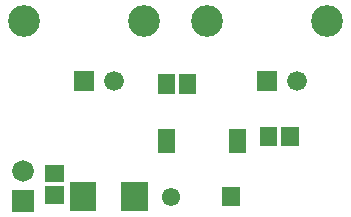
<source format=gbr>
G04 start of page 11 for group -4063 idx -4063 *
G04 Title: (unknown), componentmask *
G04 Creator: pcb 1.99z *
G04 CreationDate: Tue 21 Jul 2015 11:24:29 AM GMT UTC *
G04 For: david *
G04 Format: Gerber/RS-274X *
G04 PCB-Dimensions (mm): 31.75 26.42 *
G04 PCB-Coordinate-Origin: lower left *
%MOMM*%
%FSLAX43Y43*%
%LNTOPMASK*%
%ADD89R,2.203X2.203*%
%ADD88R,1.452X1.452*%
%ADD87C,1.549*%
%ADD86C,1.829*%
%ADD85C,2.692*%
%ADD84C,1.676*%
%ADD83C,0.002*%
G54D83*G36*
X19672Y4331D02*Y2781D01*
X21222D01*
Y4331D01*
X19672D01*
G37*
G36*
X7163Y14173D02*Y12497D01*
X8839D01*
Y14173D01*
X7163D01*
G37*
G54D84*X10541Y13335D03*
G54D85*X13081Y18415D03*
X18415D03*
G54D83*G36*
X1880Y4089D02*Y2261D01*
X3708D01*
Y4089D01*
X1880D01*
G37*
G54D86*X2794Y5715D03*
G54D87*X15367Y3556D03*
G54D85*X2921Y18415D03*
G54D83*G36*
X22657Y14173D02*Y12497D01*
X24333D01*
Y14173D01*
X22657D01*
G37*
G54D84*X26035Y13335D03*
G54D85*X28575Y18415D03*
G54D88*X14964Y13181D02*Y12981D01*
X16764Y13181D02*Y12981D01*
X25422Y8736D02*Y8536D01*
X23622Y8736D02*Y8536D01*
G54D89*X7874Y3661D02*Y3451D01*
X12254Y3661D02*Y3451D01*
G54D88*X5361Y5483D02*X5561D01*
X5361Y3683D02*X5561D01*
X14955Y8555D02*Y7955D01*
X20955Y8555D02*Y7955D01*
M02*

</source>
